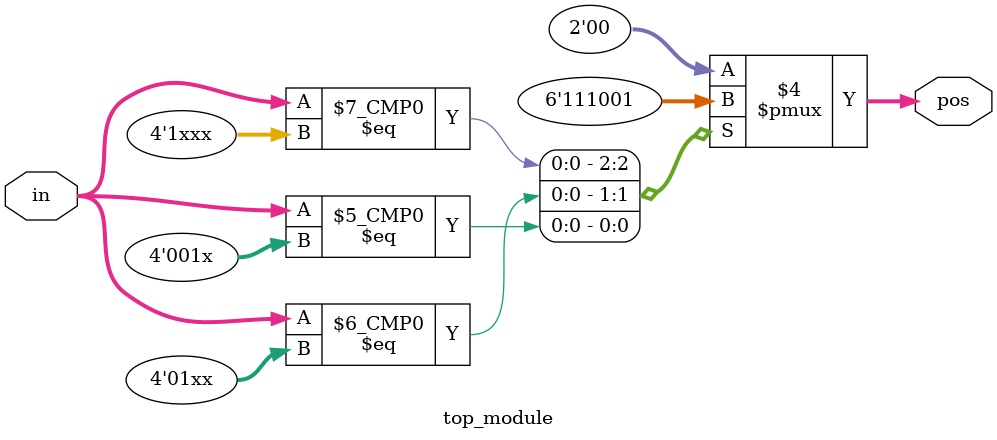
<source format=sv>
module top_module (
    input [3:0] in,
    output reg [1:0] pos
);

always @(*) begin
    case (in)
        4'b1xxx: pos = 2'd3;
        4'b01xx: pos = 2'd2;
        4'b001x: pos = 2'd1;
        4'b0001: pos = 2'd0;
        default: pos = 2'd0;
    endcase
end

endmodule

</source>
